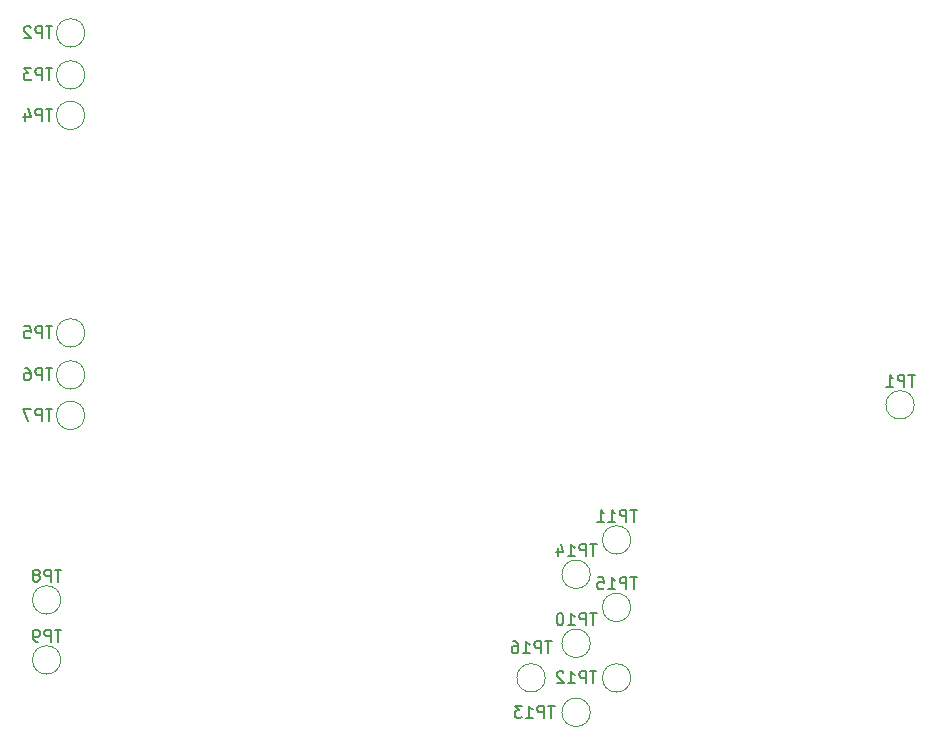
<source format=gbo>
G04 #@! TF.GenerationSoftware,KiCad,Pcbnew,6.0.2+dfsg-1*
G04 #@! TF.CreationDate,2024-06-30T21:42:03-06:00*
G04 #@! TF.ProjectId,mss-cascade-basic,6d73732d-6361-4736-9361-64652d626173,rev?*
G04 #@! TF.SameCoordinates,Original*
G04 #@! TF.FileFunction,Legend,Bot*
G04 #@! TF.FilePolarity,Positive*
%FSLAX46Y46*%
G04 Gerber Fmt 4.6, Leading zero omitted, Abs format (unit mm)*
G04 Created by KiCad (PCBNEW 6.0.2+dfsg-1) date 2024-06-30 21:42:03*
%MOMM*%
%LPD*%
G01*
G04 APERTURE LIST*
%ADD10C,0.150000*%
%ADD11C,0.120000*%
G04 APERTURE END LIST*
D10*
X71207095Y-184237380D02*
X70635666Y-184237380D01*
X70921380Y-185237380D02*
X70921380Y-184237380D01*
X70302333Y-185237380D02*
X70302333Y-184237380D01*
X69921380Y-184237380D01*
X69826142Y-184285000D01*
X69778523Y-184332619D01*
X69730904Y-184427857D01*
X69730904Y-184570714D01*
X69778523Y-184665952D01*
X69826142Y-184713571D01*
X69921380Y-184761190D01*
X70302333Y-184761190D01*
X68778523Y-185237380D02*
X69349952Y-185237380D01*
X69064238Y-185237380D02*
X69064238Y-184237380D01*
X69159476Y-184380238D01*
X69254714Y-184475476D01*
X69349952Y-184523095D01*
X68445190Y-184237380D02*
X67826142Y-184237380D01*
X68159476Y-184618333D01*
X68016619Y-184618333D01*
X67921380Y-184665952D01*
X67873761Y-184713571D01*
X67826142Y-184808809D01*
X67826142Y-185046904D01*
X67873761Y-185142142D01*
X67921380Y-185189761D01*
X68016619Y-185237380D01*
X68302333Y-185237380D01*
X68397571Y-185189761D01*
X68445190Y-185142142D01*
X28693904Y-126706380D02*
X28122476Y-126706380D01*
X28408190Y-127706380D02*
X28408190Y-126706380D01*
X27789142Y-127706380D02*
X27789142Y-126706380D01*
X27408190Y-126706380D01*
X27312952Y-126754000D01*
X27265333Y-126801619D01*
X27217714Y-126896857D01*
X27217714Y-127039714D01*
X27265333Y-127134952D01*
X27312952Y-127182571D01*
X27408190Y-127230190D01*
X27789142Y-127230190D01*
X26836761Y-126801619D02*
X26789142Y-126754000D01*
X26693904Y-126706380D01*
X26455809Y-126706380D01*
X26360571Y-126754000D01*
X26312952Y-126801619D01*
X26265333Y-126896857D01*
X26265333Y-126992095D01*
X26312952Y-127134952D01*
X26884380Y-127706380D01*
X26265333Y-127706380D01*
X78192095Y-173349380D02*
X77620666Y-173349380D01*
X77906380Y-174349380D02*
X77906380Y-173349380D01*
X77287333Y-174349380D02*
X77287333Y-173349380D01*
X76906380Y-173349380D01*
X76811142Y-173397000D01*
X76763523Y-173444619D01*
X76715904Y-173539857D01*
X76715904Y-173682714D01*
X76763523Y-173777952D01*
X76811142Y-173825571D01*
X76906380Y-173873190D01*
X77287333Y-173873190D01*
X75763523Y-174349380D02*
X76334952Y-174349380D01*
X76049238Y-174349380D02*
X76049238Y-173349380D01*
X76144476Y-173492238D01*
X76239714Y-173587476D01*
X76334952Y-173635095D01*
X74858761Y-173349380D02*
X75334952Y-173349380D01*
X75382571Y-173825571D01*
X75334952Y-173777952D01*
X75239714Y-173730333D01*
X75001619Y-173730333D01*
X74906380Y-173777952D01*
X74858761Y-173825571D01*
X74811142Y-173920809D01*
X74811142Y-174158904D01*
X74858761Y-174254142D01*
X74906380Y-174301761D01*
X75001619Y-174349380D01*
X75239714Y-174349380D01*
X75334952Y-174301761D01*
X75382571Y-174254142D01*
X28693904Y-155662380D02*
X28122476Y-155662380D01*
X28408190Y-156662380D02*
X28408190Y-155662380D01*
X27789142Y-156662380D02*
X27789142Y-155662380D01*
X27408190Y-155662380D01*
X27312952Y-155710000D01*
X27265333Y-155757619D01*
X27217714Y-155852857D01*
X27217714Y-155995714D01*
X27265333Y-156090952D01*
X27312952Y-156138571D01*
X27408190Y-156186190D01*
X27789142Y-156186190D01*
X26360571Y-155662380D02*
X26551047Y-155662380D01*
X26646285Y-155710000D01*
X26693904Y-155757619D01*
X26789142Y-155900476D01*
X26836761Y-156090952D01*
X26836761Y-156471904D01*
X26789142Y-156567142D01*
X26741523Y-156614761D01*
X26646285Y-156662380D01*
X26455809Y-156662380D01*
X26360571Y-156614761D01*
X26312952Y-156567142D01*
X26265333Y-156471904D01*
X26265333Y-156233809D01*
X26312952Y-156138571D01*
X26360571Y-156090952D01*
X26455809Y-156043333D01*
X26646285Y-156043333D01*
X26741523Y-156090952D01*
X26789142Y-156138571D01*
X26836761Y-156233809D01*
X28693904Y-130262380D02*
X28122476Y-130262380D01*
X28408190Y-131262380D02*
X28408190Y-130262380D01*
X27789142Y-131262380D02*
X27789142Y-130262380D01*
X27408190Y-130262380D01*
X27312952Y-130310000D01*
X27265333Y-130357619D01*
X27217714Y-130452857D01*
X27217714Y-130595714D01*
X27265333Y-130690952D01*
X27312952Y-130738571D01*
X27408190Y-130786190D01*
X27789142Y-130786190D01*
X26884380Y-130262380D02*
X26265333Y-130262380D01*
X26598666Y-130643333D01*
X26455809Y-130643333D01*
X26360571Y-130690952D01*
X26312952Y-130738571D01*
X26265333Y-130833809D01*
X26265333Y-131071904D01*
X26312952Y-131167142D01*
X26360571Y-131214761D01*
X26455809Y-131262380D01*
X26741523Y-131262380D01*
X26836761Y-131214761D01*
X26884380Y-131167142D01*
X74763095Y-176397380D02*
X74191666Y-176397380D01*
X74477380Y-177397380D02*
X74477380Y-176397380D01*
X73858333Y-177397380D02*
X73858333Y-176397380D01*
X73477380Y-176397380D01*
X73382142Y-176445000D01*
X73334523Y-176492619D01*
X73286904Y-176587857D01*
X73286904Y-176730714D01*
X73334523Y-176825952D01*
X73382142Y-176873571D01*
X73477380Y-176921190D01*
X73858333Y-176921190D01*
X72334523Y-177397380D02*
X72905952Y-177397380D01*
X72620238Y-177397380D02*
X72620238Y-176397380D01*
X72715476Y-176540238D01*
X72810714Y-176635476D01*
X72905952Y-176683095D01*
X71715476Y-176397380D02*
X71620238Y-176397380D01*
X71525000Y-176445000D01*
X71477380Y-176492619D01*
X71429761Y-176587857D01*
X71382142Y-176778333D01*
X71382142Y-177016428D01*
X71429761Y-177206904D01*
X71477380Y-177302142D01*
X71525000Y-177349761D01*
X71620238Y-177397380D01*
X71715476Y-177397380D01*
X71810714Y-177349761D01*
X71858333Y-177302142D01*
X71905952Y-177206904D01*
X71953571Y-177016428D01*
X71953571Y-176778333D01*
X71905952Y-176587857D01*
X71858333Y-176492619D01*
X71810714Y-176445000D01*
X71715476Y-176397380D01*
X74763095Y-170555380D02*
X74191666Y-170555380D01*
X74477380Y-171555380D02*
X74477380Y-170555380D01*
X73858333Y-171555380D02*
X73858333Y-170555380D01*
X73477380Y-170555380D01*
X73382142Y-170603000D01*
X73334523Y-170650619D01*
X73286904Y-170745857D01*
X73286904Y-170888714D01*
X73334523Y-170983952D01*
X73382142Y-171031571D01*
X73477380Y-171079190D01*
X73858333Y-171079190D01*
X72334523Y-171555380D02*
X72905952Y-171555380D01*
X72620238Y-171555380D02*
X72620238Y-170555380D01*
X72715476Y-170698238D01*
X72810714Y-170793476D01*
X72905952Y-170841095D01*
X71477380Y-170888714D02*
X71477380Y-171555380D01*
X71715476Y-170507761D02*
X71953571Y-171222047D01*
X71334523Y-171222047D01*
X70953095Y-178776380D02*
X70381666Y-178776380D01*
X70667380Y-179776380D02*
X70667380Y-178776380D01*
X70048333Y-179776380D02*
X70048333Y-178776380D01*
X69667380Y-178776380D01*
X69572142Y-178824000D01*
X69524523Y-178871619D01*
X69476904Y-178966857D01*
X69476904Y-179109714D01*
X69524523Y-179204952D01*
X69572142Y-179252571D01*
X69667380Y-179300190D01*
X70048333Y-179300190D01*
X68524523Y-179776380D02*
X69095952Y-179776380D01*
X68810238Y-179776380D02*
X68810238Y-178776380D01*
X68905476Y-178919238D01*
X69000714Y-179014476D01*
X69095952Y-179062095D01*
X67667380Y-178776380D02*
X67857857Y-178776380D01*
X67953095Y-178824000D01*
X68000714Y-178871619D01*
X68095952Y-179014476D01*
X68143571Y-179204952D01*
X68143571Y-179585904D01*
X68095952Y-179681142D01*
X68048333Y-179728761D01*
X67953095Y-179776380D01*
X67762619Y-179776380D01*
X67667380Y-179728761D01*
X67619761Y-179681142D01*
X67572142Y-179585904D01*
X67572142Y-179347809D01*
X67619761Y-179252571D01*
X67667380Y-179204952D01*
X67762619Y-179157333D01*
X67953095Y-179157333D01*
X68048333Y-179204952D01*
X68095952Y-179252571D01*
X68143571Y-179347809D01*
X74749095Y-181316380D02*
X74177666Y-181316380D01*
X74463380Y-182316380D02*
X74463380Y-181316380D01*
X73844333Y-182316380D02*
X73844333Y-181316380D01*
X73463380Y-181316380D01*
X73368142Y-181364000D01*
X73320523Y-181411619D01*
X73272904Y-181506857D01*
X73272904Y-181649714D01*
X73320523Y-181744952D01*
X73368142Y-181792571D01*
X73463380Y-181840190D01*
X73844333Y-181840190D01*
X72320523Y-182316380D02*
X72891952Y-182316380D01*
X72606238Y-182316380D02*
X72606238Y-181316380D01*
X72701476Y-181459238D01*
X72796714Y-181554476D01*
X72891952Y-181602095D01*
X71939571Y-181411619D02*
X71891952Y-181364000D01*
X71796714Y-181316380D01*
X71558619Y-181316380D01*
X71463380Y-181364000D01*
X71415761Y-181411619D01*
X71368142Y-181506857D01*
X71368142Y-181602095D01*
X71415761Y-181744952D01*
X71987190Y-182316380D01*
X71368142Y-182316380D01*
X28693904Y-159091380D02*
X28122476Y-159091380D01*
X28408190Y-160091380D02*
X28408190Y-159091380D01*
X27789142Y-160091380D02*
X27789142Y-159091380D01*
X27408190Y-159091380D01*
X27312952Y-159139000D01*
X27265333Y-159186619D01*
X27217714Y-159281857D01*
X27217714Y-159424714D01*
X27265333Y-159519952D01*
X27312952Y-159567571D01*
X27408190Y-159615190D01*
X27789142Y-159615190D01*
X26884380Y-159091380D02*
X26217714Y-159091380D01*
X26646285Y-160091380D01*
X29455904Y-172714380D02*
X28884476Y-172714380D01*
X29170190Y-173714380D02*
X29170190Y-172714380D01*
X28551142Y-173714380D02*
X28551142Y-172714380D01*
X28170190Y-172714380D01*
X28074952Y-172762000D01*
X28027333Y-172809619D01*
X27979714Y-172904857D01*
X27979714Y-173047714D01*
X28027333Y-173142952D01*
X28074952Y-173190571D01*
X28170190Y-173238190D01*
X28551142Y-173238190D01*
X27408285Y-173142952D02*
X27503523Y-173095333D01*
X27551142Y-173047714D01*
X27598761Y-172952476D01*
X27598761Y-172904857D01*
X27551142Y-172809619D01*
X27503523Y-172762000D01*
X27408285Y-172714380D01*
X27217809Y-172714380D01*
X27122571Y-172762000D01*
X27074952Y-172809619D01*
X27027333Y-172904857D01*
X27027333Y-172952476D01*
X27074952Y-173047714D01*
X27122571Y-173095333D01*
X27217809Y-173142952D01*
X27408285Y-173142952D01*
X27503523Y-173190571D01*
X27551142Y-173238190D01*
X27598761Y-173333428D01*
X27598761Y-173523904D01*
X27551142Y-173619142D01*
X27503523Y-173666761D01*
X27408285Y-173714380D01*
X27217809Y-173714380D01*
X27122571Y-173666761D01*
X27074952Y-173619142D01*
X27027333Y-173523904D01*
X27027333Y-173333428D01*
X27074952Y-173238190D01*
X27122571Y-173190571D01*
X27217809Y-173142952D01*
X29455904Y-177794380D02*
X28884476Y-177794380D01*
X29170190Y-178794380D02*
X29170190Y-177794380D01*
X28551142Y-178794380D02*
X28551142Y-177794380D01*
X28170190Y-177794380D01*
X28074952Y-177842000D01*
X28027333Y-177889619D01*
X27979714Y-177984857D01*
X27979714Y-178127714D01*
X28027333Y-178222952D01*
X28074952Y-178270571D01*
X28170190Y-178318190D01*
X28551142Y-178318190D01*
X27503523Y-178794380D02*
X27313047Y-178794380D01*
X27217809Y-178746761D01*
X27170190Y-178699142D01*
X27074952Y-178556285D01*
X27027333Y-178365809D01*
X27027333Y-177984857D01*
X27074952Y-177889619D01*
X27122571Y-177842000D01*
X27217809Y-177794380D01*
X27408285Y-177794380D01*
X27503523Y-177842000D01*
X27551142Y-177889619D01*
X27598761Y-177984857D01*
X27598761Y-178222952D01*
X27551142Y-178318190D01*
X27503523Y-178365809D01*
X27408285Y-178413428D01*
X27217809Y-178413428D01*
X27122571Y-178365809D01*
X27074952Y-178318190D01*
X27027333Y-178222952D01*
X28693904Y-152106380D02*
X28122476Y-152106380D01*
X28408190Y-153106380D02*
X28408190Y-152106380D01*
X27789142Y-153106380D02*
X27789142Y-152106380D01*
X27408190Y-152106380D01*
X27312952Y-152154000D01*
X27265333Y-152201619D01*
X27217714Y-152296857D01*
X27217714Y-152439714D01*
X27265333Y-152534952D01*
X27312952Y-152582571D01*
X27408190Y-152630190D01*
X27789142Y-152630190D01*
X26312952Y-152106380D02*
X26789142Y-152106380D01*
X26836761Y-152582571D01*
X26789142Y-152534952D01*
X26693904Y-152487333D01*
X26455809Y-152487333D01*
X26360571Y-152534952D01*
X26312952Y-152582571D01*
X26265333Y-152677809D01*
X26265333Y-152915904D01*
X26312952Y-153011142D01*
X26360571Y-153058761D01*
X26455809Y-153106380D01*
X26693904Y-153106380D01*
X26789142Y-153058761D01*
X26836761Y-153011142D01*
X78192095Y-167634380D02*
X77620666Y-167634380D01*
X77906380Y-168634380D02*
X77906380Y-167634380D01*
X77287333Y-168634380D02*
X77287333Y-167634380D01*
X76906380Y-167634380D01*
X76811142Y-167682000D01*
X76763523Y-167729619D01*
X76715904Y-167824857D01*
X76715904Y-167967714D01*
X76763523Y-168062952D01*
X76811142Y-168110571D01*
X76906380Y-168158190D01*
X77287333Y-168158190D01*
X75763523Y-168634380D02*
X76334952Y-168634380D01*
X76049238Y-168634380D02*
X76049238Y-167634380D01*
X76144476Y-167777238D01*
X76239714Y-167872476D01*
X76334952Y-167920095D01*
X74811142Y-168634380D02*
X75382571Y-168634380D01*
X75096857Y-168634380D02*
X75096857Y-167634380D01*
X75192095Y-167777238D01*
X75287333Y-167872476D01*
X75382571Y-167920095D01*
X101718904Y-156204380D02*
X101147476Y-156204380D01*
X101433190Y-157204380D02*
X101433190Y-156204380D01*
X100814142Y-157204380D02*
X100814142Y-156204380D01*
X100433190Y-156204380D01*
X100337952Y-156252000D01*
X100290333Y-156299619D01*
X100242714Y-156394857D01*
X100242714Y-156537714D01*
X100290333Y-156632952D01*
X100337952Y-156680571D01*
X100433190Y-156728190D01*
X100814142Y-156728190D01*
X99290333Y-157204380D02*
X99861761Y-157204380D01*
X99576047Y-157204380D02*
X99576047Y-156204380D01*
X99671285Y-156347238D01*
X99766523Y-156442476D01*
X99861761Y-156490095D01*
X28693904Y-133691380D02*
X28122476Y-133691380D01*
X28408190Y-134691380D02*
X28408190Y-133691380D01*
X27789142Y-134691380D02*
X27789142Y-133691380D01*
X27408190Y-133691380D01*
X27312952Y-133739000D01*
X27265333Y-133786619D01*
X27217714Y-133881857D01*
X27217714Y-134024714D01*
X27265333Y-134119952D01*
X27312952Y-134167571D01*
X27408190Y-134215190D01*
X27789142Y-134215190D01*
X26360571Y-134024714D02*
X26360571Y-134691380D01*
X26598666Y-133643761D02*
X26836761Y-134358047D01*
X26217714Y-134358047D01*
D11*
X74225000Y-184785000D02*
G75*
G03*
X74225000Y-184785000I-1200000J0D01*
G01*
X31426000Y-127254000D02*
G75*
G03*
X31426000Y-127254000I-1200000J0D01*
G01*
X77654000Y-175895000D02*
G75*
G03*
X77654000Y-175895000I-1200000J0D01*
G01*
X31426000Y-156210000D02*
G75*
G03*
X31426000Y-156210000I-1200000J0D01*
G01*
X31426000Y-130810000D02*
G75*
G03*
X31426000Y-130810000I-1200000J0D01*
G01*
X74225000Y-178943000D02*
G75*
G03*
X74225000Y-178943000I-1200000J0D01*
G01*
X74225000Y-173101000D02*
G75*
G03*
X74225000Y-173101000I-1200000J0D01*
G01*
X70415000Y-181864000D02*
G75*
G03*
X70415000Y-181864000I-1200000J0D01*
G01*
X77654000Y-181864000D02*
G75*
G03*
X77654000Y-181864000I-1200000J0D01*
G01*
X31426000Y-159639000D02*
G75*
G03*
X31426000Y-159639000I-1200000J0D01*
G01*
X29394000Y-175260000D02*
G75*
G03*
X29394000Y-175260000I-1200000J0D01*
G01*
X29394000Y-180340000D02*
G75*
G03*
X29394000Y-180340000I-1200000J0D01*
G01*
X31426000Y-152654000D02*
G75*
G03*
X31426000Y-152654000I-1200000J0D01*
G01*
X77654000Y-170180000D02*
G75*
G03*
X77654000Y-170180000I-1200000J0D01*
G01*
X101657000Y-158750000D02*
G75*
G03*
X101657000Y-158750000I-1200000J0D01*
G01*
X31426000Y-134239000D02*
G75*
G03*
X31426000Y-134239000I-1200000J0D01*
G01*
M02*

</source>
